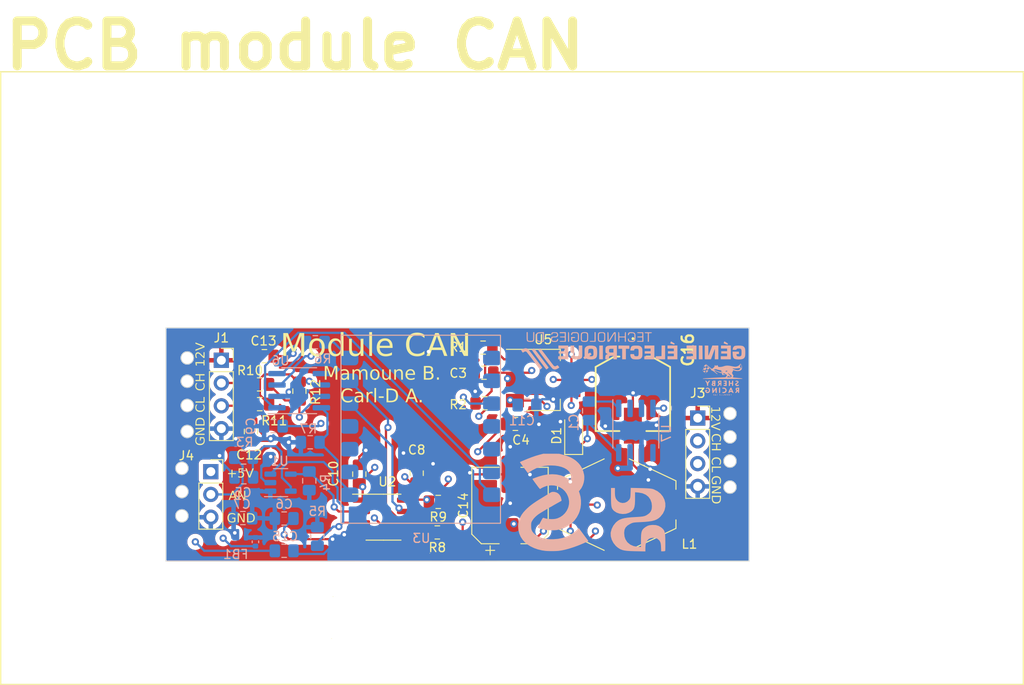
<source format=kicad_pcb>
(kicad_pcb (version 20221018) (generator pcbnew)
  (title_block (title "Formule SAE module CAN PCB") (date "2024-02-26") (rev "1.0") (company "Cégep Sherbrooke") (comment 1 "Carl-Dominic Aubin") (comment 2 "Mamoune Benmensour"))
  (layers (0 "F.Cu" signal "12V.Cu") (1 "In1.Cu" signal "GND.Cu") (2 "In2.Cu" signal "VCC.Cu") (31 "B.Cu" signal "AN.Cu") (34 "B.Paste" user) (35 "F.Paste" user) (36 "B.SilkS" user "B.Silkscreen") (37 "F.SilkS" user "F.Silkscreen") (38 "B.Mask" user) (39 "F.Mask" user) (44 "Edge.Cuts" user))
  (net 0 "")
  (net 1 "Net-(D1-K)")
  (net 2 "Net-(U7-CB)")
  (net 3 "+5V")
  (net 4 "GND")
  (net 5 "+3.3V")
  (net 6 "Net-(U1-AIN)")
  (net 7 "+5VA")
  (net 8 "Net-(J1-Pin_3)")
  (net 9 "+12V")
  (net 10 "Net-(U5-ADJ)")
  (net 11 "/SCLA")
  (net 12 "/SDAA")
  (net 13 "/RXD")
  (net 14 "Net-(U3-GPIO21_TX_D6)")
  (net 15 "/EN")
  (net 16 "/SCLB")
  (net 17 "/SDAB")
  (net 18 "Net-(U6-CANH)")
  (net 19 "Net-(U6-CANL)")
  (net 27 "/TXD")
  (net 32 "Net-(J4-Pin_2)")
  (net 33 "Net-(J1-Pin_2)")
  (footprint "Capacitor_SMD:C_0805_2012Metric_Pad1.18x1.45mm_HandSolder" (layer "F.Cu") (at 103.3 64.5 180)
    (fp_text reference "C13")
    (fp_text value "47pF" hide)
  )
  (footprint "lib kicad:imagesilk1" (layer "F.Cu") (at 118.3 93.9)
    (fp_text reference "G***" hide)
    (fp_text value "LOGO" hide)
  )
  (footprint "Inductor_SMD:L_Bourns-SRR1005" (layer "F.Cu") (at 142.575 81.05 180)
    (fp_text reference "L1")
    (fp_text value "NPI31W470MTRF 47uH" hide)
  )
  (footprint "Capacitor_SMD:CP_Elec_8x6.9" (layer "F.Cu") (at 130.675 81.15 90)
    (fp_text reference "C14")
    (fp_text value "\n\nEEE-FN1H680XP 68uF" hide)
  )
  (footprint "KiCad:EEETC1V470P" (layer "F.Cu") (at 144.375 68.7 180)
    (fp_text reference "C16")
    (fp_text value "EEEFH1H101L 100uF" hide)
  )
  (footprint "Capacitor_SMD:C_0805_2012Metric_Pad1.18x1.45mm_HandSolder" (layer "F.Cu") (at 122.575 84.15 180)
    (fp_text reference "R8")
    (fp_text value "4.7k" hide)
  )
  (footprint "Capacitor_SMD:C_0805_2012Metric_Pad1.18x1.45mm_HandSolder" (layer "F.Cu") (at 101.8 72.9 90)
    (fp_text reference "C12")
    (fp_text value "47pF" hide)
  )
  (footprint "Capacitor_SMD:C_0805_2012Metric_Pad1.18x1.45mm_HandSolder" (layer "F.Cu") (at 102.775 67.65 180)
    (fp_text reference "R10")
    (fp_text value "10Ω" hide)
  )
  (footprint "Diode_SMD:D_SOD-123F" (layer "F.Cu") (at 137.775 73.25 90)
    (fp_text reference "D1")
    (fp_text value "SS14FL" hide)
  )
  (footprint "Connector_PinSocket_2.54mm:PinSocket_1x04_P2.54mm_Vertical" (layer "F.Cu") (at 98.5 64.96)
    (fp_text reference "J1")
    (fp_text value "Conn_01x04_Socket" hide)
  )
  (footprint "Capacitor_SMD:C_0805_2012Metric_Pad1.18x1.45mm_HandSolder" (layer "F.Cu") (at 113.875 77.65 -90)
    (fp_text reference "C10")
    (fp_text value "0.1uF" hide)
  )
  (footprint "Connector_PinSocket_2.54mm:PinSocket_1x04_P2.54mm_Vertical" (layer "F.Cu") (at 151.6 71.4)
    (fp_text reference "J3")
    (fp_text value "Conn_01x04_Socket" hide)
  )
  (footprint "Capacitor_SMD:C_0805_2012Metric_Pad1.18x1.45mm_HandSolder" (layer "F.Cu") (at 127.675 63.55 180)
    (fp_text reference "R1")
    (fp_text value "91Ω" hide)
  )
  (footprint "Capacitor_SMD:C_0805_2012Metric_Pad1.18x1.45mm_HandSolder" (layer "F.Cu") (at 102.775 69.85 180)
    (fp_text reference "R11")
    (fp_text value "10Ω" hide)
  )
  (footprint "Capacitor_SMD:C_0805_2012Metric_Pad1.18x1.45mm_HandSolder" (layer "F.Cu") (at 107.2 68.4 -90)
    (fp_text reference "R12")
    (fp_text value "120Ω" hide)
  )
  (footprint "Capacitor_SMD:C_0805_2012Metric_Pad1.18x1.45mm_HandSolder" (layer "F.Cu") (at 120.275 77.55 -90)
    (fp_text reference "C8")
    (fp_text value "0.1uF" hide)
  )
  (footprint "Capacitor_SMD:C_0805_2012Metric_Pad1.18x1.45mm_HandSolder" (layer "F.Cu") (at 131.275 72.05)
    (fp_text reference "C4")
    (fp_text value "1uF" hide)
  )
  (footprint "Package_TO_SOT_SMD:SOT-223-3_TabPin2" (layer "F.Cu") (at 134.375 67.15)
    (fp_text reference "U5")
    (fp_text value "LM117_TO3" hide)
  )
  (footprint "Connector_PinSocket_2.54mm:PinSocket_1x03_P2.54mm_Vertical" (layer "F.Cu") (at 97.325 77.375)
    (fp_text reference "J4")
    (fp_text value "Conn_01x03_Socket" hide)
  )
  (footprint "Capacitor_SMD:C_0805_2012Metric_Pad1.18x1.45mm_HandSolder" (layer "F.Cu") (at 127.875 69.75 180)
    (fp_text reference "R2")
    (fp_text value "150Ω" hide)
  )
  (footprint "Capacitor_SMD:C_0805_2012Metric_Pad1.18x1.45mm_HandSolder" (layer "F.Cu") (at 122.675 80.75 180)
    (fp_text reference "R9")
    (fp_text value "4.7k" hide)
  )
  (footprint "Capacitor_SMD:C_0805_2012Metric_Pad1.18x1.45mm_HandSolder" (layer "F.Cu") (at 127.775 66.35 180)
    (fp_text reference "C3")
    (fp_text value "0.1uF" hide)
  )
  (footprint "Package_SO:SOIC-8_3.9x4.9mm_P1.27mm" (layer "F.Cu") (at 116.575 82.45)
    (fp_text reference "U2")
    (fp_text value "TCA9517" hide)
  )
  (footprint "Capacitor_SMD:C_0805_2012Metric_Pad1.18x1.45mm_HandSolder" (layer "B.Cu") (at 108.4 74.1 180)
    (fp_text reference "R7")
    (fp_text value "10k" hide)
  )
  (footprint "Capacitor_SMD:C_0402_1005Metric" (layer "B.Cu") (at 102.3 85.2 90)
    (fp_text reference "FB1")
    (fp_text value "BLM18KG121TZ1D" hide)
  )
  (footprint "Capacitor_SMD:C_0805_2012Metric_Pad1.18x1.45mm_HandSolder" (layer "B.Cu") (at 104.3 72.3 180)
    (fp_text reference "C9")
    (fp_text value "0.1uF" hide)
  )
  (footprint "Capacitor_SMD:C_0805_2012Metric_Pad1.18x1.45mm_HandSolder" (layer "B.Cu") (at 109.2 84.6 90)
    (fp_text reference "R5")
    (fp_text value "4.7k" hide)
  )
  (footprint "Package_SO:SOIC-8_3.9x4.9mm_P1.27mm" (layer "B.Cu") (at 107.175 68.35)
    (fp_text reference "U6")
    (fp_text value "TJA1051T" hide)
  )
  (footprint "LOGO" (layer "B.Cu") (at 145 82.7 180)
    (fp_text reference "G***" hide)
    (fp_text value "LOGO" hide)
  )
  (footprint "Capacitor_SMD:C_0805_2012Metric_Pad1.18x1.45mm_HandSolder" (layer "B.Cu") (at 100.975 75.8)
    (fp_text reference "R3")
    (fp_text value "330Ω" hide)
  )
  (footprint "Capacitor_SMD:C_0805_2012Metric_Pad1.18x1.45mm_HandSolder" (layer "B.Cu") (at 100.9 82.55 180)
    (fp_text reference "C7")
    (fp_text value "0.1uF" hide)
  )
  (footprint "Capacitor_SMD:C_0805_2012Metric_Pad1.18x1.45mm_HandSolder" (layer "B.Cu") (at 139.5 70.6 90)
    (fp_text reference "C1")
    (fp_text value "10nF" hide)
  )
  (footprint "LOGO" (layer "B.Cu") (at 154.4 67.1 180)
    (fp_text reference "G***" hide)
    (fp_text value "LOGO" hide)
  )
  (footprint "Capacitor_SMD:C_0805_2012Metric_Pad1.18x1.45mm_HandSolder" (layer "B.Cu") (at 132.575 69.95 180)
    (fp_text reference "C11")
    (fp_text value "0.1uF" hide)
  )
  (footprint "Capacitor_SMD:C_0805_2012Metric_Pad1.18x1.45mm_HandSolder" (layer "B.Cu") (at 101 78 180)
    (fp_text reference "C5")
    (fp_text value "10uF" hide)
  )
  (footprint "Library:xiao esp32-c3" (layer "B.Cu") (at 120.735 90.29)
    (fp_text reference "U3")
    (fp_text value "XIAO ESP32C3" hide)
  )
  (footprint "Package_SO:SOIC-8_3.9x4.9mm_P1.27mm" (layer "B.Cu") (at 144.7 72.8 -90)
    (fp_text reference "U7")
    (fp_text value "LM2674M-5.0" hide)
  )
  (footprint "LOGO" (layer "B.Cu") (at 135.5 80.8 180)
    (fp_text reference "G***" hide)
    (fp_text value "LOGO" hide)
  )
  (footprint "Capacitor_SMD:C_0805_2012Metric_Pad1.18x1.45mm_HandSolder" (layer "B.Cu") (at 105.5 82.6 180)
    (fp_text reference "C6")
    (fp_text value "10uF" hide)
  )
  (footprint "Capacitor_SMD:C_0805_2012Metric_Pad1.18x1.45mm_HandSolder" (layer "B.Cu") (at 105.5 86.2)
    (fp_text reference "C15")
    (fp_text value "10uF" hide)
  )
  (footprint "Package_TO_SOT_SMD:TSOT-23-5" (layer "B.Cu") (at 105.1 78.6)
    (fp_text reference "U1")
    (fp_text value "MCP3221" hide)
  )
  (footprint "Capacitor_SMD:C_0805_2012Metric_Pad1.18x1.45mm_HandSolder" (layer "B.Cu") (at 108.975 62.95)
    (fp_text reference "R6")
    (fp_text value "4.7k" hide)
  )
  (footprint "Capacitor_SMD:C_0805_2012Metric_Pad1.18x1.45mm_HandSolder" (layer "B.Cu") (at 108.3 78.4 -90)
    (fp_text reference "R4")
    (fp_text value "4.7k" hide)
  )
  (footprint "LOGO" (layer "B.Cu") (at 144.4 63.9 180)
    (fp_text reference "G***" hide)
    (fp_text value "LOGO" hide)
  )
  (gr_rect (start 73.9 32.8) (end 187.9 101.1) (stroke (width 0.15)) (fill none) (layer "F.SilkS"))
  (gr_circle (center 94.1 82.3) (end 94.8 82.3) (stroke (width 0.1)) (fill none) (layer "Edge.Cuts"))
  (gr_circle (center 155.2 76.2) (end 155.9 76.2) (stroke (width 0.1)) (fill none) (layer "Edge.Cuts"))
  (gr_circle (center 155.2 70.9) (end 155.9 70.9) (stroke (width 0.1)) (fill none) (layer "Edge.Cuts"))
  (gr_circle (center 94.7 64.7) (end 95.4 64.7) (stroke (width 0.1)) (fill none) (layer "Edge.Cuts"))
  (gr_circle (center 94.1 79.6) (end 94.8 79.6) (stroke (width 0.1)) (fill none) (layer "Edge.Cuts"))
  (gr_circle (center 94.1 77) (end 94.8 77) (stroke (width 0.1)) (fill none) (layer "Edge.Cuts"))
  (gr_circle (center 94.7 70) (end 95.4 70) (stroke (width 0.1)) (fill none) (layer "Edge.Cuts"))
  (gr_circle (center 155.2 79.1) (end 155.9 79.1) (stroke (width 0.1)) (fill none) (layer "Edge.Cuts"))
  (gr_circle (center 94.7 67.3) (end 95.4 67.3) (stroke (width 0.1)) (fill none) (layer "Edge.Cuts"))
  (gr_circle (center 94.7 72.9) (end 95.4 72.9) (stroke (width 0.1)) (fill none) (layer "Edge.Cuts"))
  (gr_circle (center 155.2 73.5) (end 155.9 73.5) (stroke (width 0.1)) (fill none) (layer "Edge.Cuts"))
  (gr_rect (start 92.325 61.35) (end 157.325 87.35) (stroke (width 0.1)) (fill none) (layer "Edge.Cuts"))
  (gr_text "GND\n" (at 99.1 83.2) (layer "F.SilkS") (effects (font (size 1 1)) (justify left bottom)))
  (gr_text "CL" (at 96.8 70.8 90) (layer "F.SilkS") (effects (font (size 1 1)) (justify left bottom)))
  (gr_text "12V\n" (at 152.93 70.07 270) (layer "F.SilkS") (effects (font (size 1 1)) (justify left bottom)))
  (gr_text "AN" (at 99.3 80.7) (layer "F.SilkS") (effects (font (size 1 1)) (justify left bottom)))
  (gr_text "CH\n" (at 96.8 68.4 90) (layer "F.SilkS") (effects (font (size 1 1)) (justify left bottom)))
  (gr_text "GND\n" (at 153 77.8 -90) (layer "F.SilkS") (effects (font (size 1 1)) (justify left bottom)))
  (gr_text "GND\n" (at 96.8 74.5 90) (layer "F.SilkS") (effects (font (size 1 1)) (justify left bottom)))
  (gr_text "Module CAN\n" (at 115.7 64.9) (layer "F.SilkS") (effects (font (size 2.5 2.5) (thickness 0.1905)) (justify bottom)))
  (gr_text "+5V\n" (at 99.1 78.2) (layer "F.SilkS") (effects (font (size 1 1)) (justify left bottom)))
  (gr_text "Mamoune B.\nCarl-D A.\n" (at 116.4 69.9) (layer "F.SilkS") (effects (font (size 1.5 1.5)) (justify bottom)))
  (gr_text "CL\n" (at 153 75.7 -90) (layer "F.SilkS") (effects (font (size 1 1)) (justify left bottom)))
  (gr_text "CH\n" (at 153 73.1 270) (layer "F.SilkS") (effects (font (size 1 1)) (justify left bottom)))
  (gr_text "PCB module CAN" (at 73.9 32.8) (layer "F.SilkS") (effects (font (size 5 5) (thickness 1) bold) (justify left bottom)))
  (gr_text "12V\n" (at 96.8 65.7 90) (layer "F.SilkS") (effects (font (size 1 1)) (justify left bottom)))
  (segment (start 137.775 74.65) (end 138.35 74.65) (width 0.25) (layer "F.Cu") (net 1))
  (segment (start 138.35 74.65) (end 139.3 73.7) (width 0.25) (layer "F.Cu") (net 1))
  (segment (start 144.175 81.05) (end 137.775 74.65) (width 0.25) (layer "F.Cu") (net 1))
  (segment (start 147.725 81.05) (end 144.175 81.05) (width 0.25) (layer "F.Cu") (net 1))
  (via (at 139.3 73.7) (size 0.8) (drill 0.4) (layers "F.Cu" "B.Cu") (net 1))
  (segment (start 139.5 71.98) (end 139.5 71.6375) (width 0.25) (layer "B.Cu") (net 1))
  (segment (start 139.3 73.7) (end 139.3 71.8375) (width 0.25) (layer "B.Cu") (net 1))
  (segment (start 139.3 71.8375) (end 139.5 71.6375) (width 0.25) (layer "B.Cu") (net 1))
  (segment (start 142.795 75.275) (end 139.5 71.98) (width 0.25) (layer "B.Cu") (net 1))
  (segment (start 142.0325 69.5625) (end 142.795 70.325) (width 0.25) (layer "B.Cu") (net 2))
  (segment (start 139.5 69.5625) (end 142.0325 69.5625) (width 0.25) (layer "B.Cu") (net 2))
  (segment (start 139.75 67.15) (end 139.8 67.1) (width 0.25) (layer "F.Cu") (net 3))
  (segment (start 128.8125 66.35) (end 132.85 66.35) (width 0.25) (layer "F.Cu") (net 3))
  (segment (start 131.225 67.15) (end 131.075 67) (width 0.25) (layer "F.Cu") (net 3))
  (segment (start 137.425 81.05) (end 137.425 78.525) (width 0.25) (layer "F.Cu") (net 3))
  (segment (start 130.675 84.625) (end 133.775 84.625) (width 0.25) (layer "F.Cu") (net 3))
  (segment (start 137.425 78.525) (end 137.4 78.5) (width 0.25) (layer "F.Cu") (net 3))
  (segment (start 131.85 85.8) (end 138.6 85.8) (width 0.25) (layer "F.Cu") (net 3))
  (segment (start 113.875 78.6875) (end 115.6 76.9625) (width 0.25) (layer "F.Cu") (net 3))
  (segment (start 137.525 67.15) (end 135.55 67.15) (width 0.25) (layer "F.Cu") (net 3))
  (segment (start 130.675 84.625) (end 131.85 85.8) (width 0.25) (layer "F.Cu") (net 3))
  (segment (start 137.525 67.15) (end 137.525 64.325) (width 0.25) (layer "F.Cu") (net 3))
  (segment (start 133.775 84.625) (end 134.4 84) (width 0.25) (layer "F.Cu") (net 3))
  (segment (start 137.525 69.975) (end 137.5 70) (width 0.25) (layer "F.Cu") (net 3))
  (segment (start 135.55 67.15) (end 135.5 67.1) (width 0.25) (layer "F.Cu") (net 3))
  (segment (start 115.6 76.9625) (end 115.6 76.9) (width 0.25) (layer "F.Cu") (net 3))
  (segment (start 140.2 84.2) (end 140.2 84) (width 0.25) (layer "F.Cu") (net 3))
  (segment (start 114.253009 79.062995) (end 114.253009 80.391991) (width 0.25) (layer "F.Cu") (net 3))
  (segment (start 131.1 84.2) (end 131.1 83.2) (width 0.25) (layer "F.Cu") (net 3))
  (segment (start 137.525 67.15) (end 137.525 69.975) (width 0.25) (layer "F.Cu") (net 3))
  (segment (start 130.675 84.625) (end 131.1 84.2) (width 0.25) (layer "F.Cu") (net 3))
  (segment (start 137.525 64.325) (end 137.5 64.3) (width 0.25) (layer "F.Cu") (net 3))
  (segment (start 117.378094 84.355) (end 119.05 84.355) (width 0.25) (layer "F.Cu") (net 3))
  (segment (start 137.425 81.05) (end 140.35 81.05) (width 0.25) (layer "F.Cu") (net 3))
  (segment (start 140.35 81.05) (end 140.4 81.1) (width 0.25) (layer "F.Cu") (net 3))
  (segment (start 138.6 85.8) (end 140.2 84.2) (width 0.25) (layer "F.Cu") (net 3))
  (segment (start 114.253009 80.391991) (end 114.1 80.545) (width 0.25) (layer "F.Cu") (net 3))
  (segment (start 137.525 67.15) (end 139.75 67.15) (width 0.25) (layer "F.Cu") (net 3))
  (segment (start 132.85 66.35) (end 133.1 66.1) (width 0.25) (layer "F.Cu") (net 3))
  (segment (start 115.560099 82.537005) (end 117.378094 84.355) (width 0.25) (layer "F.Cu") (net 3))
  (segment (start 137.425 83.975) (end 137.4 84) (width 0.25) (layer "F.Cu") (net 3))
  (segment (start 131.075 67) (end 130.4 67) (width 0.25) (layer "F.Cu") (net 3))
  (segment (start 137.425 81.05) (end 137.425 83.975) (width 0.25) (layer "F.Cu") (net 3))
  (via (at 115.560099 82.537005) (size 0.8) (drill 0.4) (layers "F.Cu" "B.Cu") (net 3))
  (via (at 147.8 70.3) (size 0.8) (drill 0.4) (layers "F.Cu" "B.Cu") (net 3))
  (via (at 130.4 67) (size 0.8) (drill 0.4) (layers "F.Cu" "B.Cu") (net 3))
  (via (at 140.4 81.1) (size 0.8) (drill 0.4) (layers "F.Cu" "B.Cu") (net 3))
  (via (at 139.8 67.1) (size 0.8) (drill 0.4) (layers "F.Cu" "B.Cu") (net 3))
  (via (at 134.4 84) (size 0.8) (drill 0.4) (layers "F.Cu" "B.Cu") (net 3))
  (via (at 137.5 70) (size 0.8) (drill 0.4) (layers "F.Cu" "B.Cu") (net 3))
  (via (at 114.253009 79.062995) (size 0.8) (drill 0.4) (layers "F.Cu" "B.Cu") (net 3))
  (via (at 137.4 78.5) (size 0.8) (drill 0.4) (layers "F.Cu" "B.Cu") (net 3))
  (via (at 140.2 84) (size 0.8) (drill 0.4) (layers "F.Cu" "B.Cu") (net 3))
  (via (at 98.7 84.8) (size 0.8) (drill 0.4) (layers "F.Cu" "B.Cu") (net 3))
  (via (at 135.5 67.1) (size 0.8) (drill 0.4) (layers "F.Cu" "B.Cu") (net 3))
  (via (at 95.6 85.2) (size 0.8) (drill 0.4) (layers "F.Cu" "B.Cu") (net 3))
  (via (at 137.4 84) (size 0.8) (drill 0.4) (layers "F.Cu" "B.Cu") (net 3))
  (via (at 109.6 72) (size 0.8) (drill 0.4) (layers "F.Cu" "B.Cu") (net 3))
  (via (at 137.5 64.3) (size 0.8) (drill 0.4) (layers "F.Cu" "B.Cu") (net 3))
  (via (at 131.1 83.2) (size 0.8) (drill 0.4) (layers "F.Cu" "B.Cu") (net 3))
  (via (at 115.6 76.9) (size 0.8) (drill 0.4) (layers "F.Cu" "B.Cu") (net 3))
  (via (at 133.1 66.1) (size 0.8) (drill 0.4) (layers "F.Cu" "B.Cu") (net 3))
  (via (at 108.5 64.5) (size 0.8) (drill 0.4) (layers "F.Cu" "B.Cu") (net 3))
  (segment (start 147.775 70.325) (end 147.8 70.3) (width 0.25) (layer "B.Cu") (net 3))
  (segment (start 104.7 67.715) (end 105.076751 67.715) (width 0.25) (layer "B.Cu") (net 3))
  (segment (start 107.861701 64.5) (end 108.5 64.5) (width 0.25) (layer "B.Cu") (net 3))
  (segment (start 106.586701 65.775) (end 107.861701 64.5) (width 0.25) (layer "B.Cu") (net 3))
  (segment (start 105.076751 67.715) (end 106.586701 66.20505) (width 0.25) (layer "B.Cu") (net 3))
  (segment (start 104.4625 86.2) (end 96.6 86.2) (width 0.25) (layer "B.Cu") (net 3))
  (segment (start 109.3 72.3) (end 109.6 72) (width 0.25) (layer "B.Cu") (net 3))
  (segment (start 146.605 70.325) (end 147.775 70.325) (width 0.25) (layer "B.Cu") (net 3))
  (segment (start 99.58 85.68) (end 98.7 84.8) (width 0.25) (layer "B.Cu") (net 3))
  (segment (start 102.3 85.68) (end 99.58 85.68) (width 0.25) (layer "B.Cu") (net 3))
  (segment (start 105.3375 72.3) (end 109.3 72.3) (width 0.25) (layer "B.Cu") (net 3))
  (segment (start 106.586701 66.20505) (end 106.586701 65.775) (width 0.25) (layer "B.Cu") (net 3))
  (segment (start 96.6 86.2) (end 95.6 85.2) (width 0.25) (layer "B.Cu") (net 3))
  (segment (start 97.175 77.525) (end 97.2 77.5) (width 0.25) (layer "B.Cu") (net 3))
  (segment (start 103.7625 73.9375) (end 104 73.7) (width 0.25) (layer "F.Cu") (net 4))
  (segment (start 126.7375 68.363) (end 126.7375 66.35) (width 0.25) (layer "F.Cu") (net 4))
  (segment (start 112.245 84.355) (end 112.2 84.4) (width 0.25) (layer "F.Cu") (net 4))
  (segment (start 113.875 76.6125) (end 113.875 75.725) (width 0.25) (layer "F.Cu") (net 4))
  (segment (start 130.675 77.675) (end 132.875 77.675) (width 0.25) (layer "F.Cu") (net 4))
  (segment (start 144.375 72.25) (end 146.95 72.25) (width 0.25) (layer "F.Cu") (net 4))
  (segment (start 106.2 64.5) (end 106.5 64.2) (width 0.25) (layer "F.Cu") (net 4))
  (segment (start 130.675 77.675) (end 130.675 74.625) (width 0.25) (layer "F.Cu") (net 4))
  (segment (start 136.35 71.85) (end 136.3 71.8) (width 0.25) (layer "F.Cu") (net 4))
  (segment (start 126.6375 63.55) (end 122.05 63.55) (width 0.25) (layer "F.Cu") (net 4))
  (segment (start 106 84.9) (end 105.5 84.4) (width 0.25) (layer "F.Cu") (net 4))
  (segment (start 141.35 72.25) (end 141.3 72.3) (width 0.25) (layer "F.Cu") (net 4))
  (segment (start 144.375 72.25) (end 144.375 76.575) (width 0.25) (layer "F.Cu") (net 4))
  (segment (start 137.775 71.85) (end 136.35 71.85) (width 0.25) (layer "F.Cu") (net 4))
  (segment (start 146.95 72.25) (end 147 72.2) (width 0.25) (layer "F.Cu") (net 4))
  (segment (start 130.675 74.625) (end 130.7 74.6) (width 0.25) (layer "F.Cu") (net 4))
  (segment (start 126.375 77.675) (end 126.2 77.5) (width 0.25) (layer "F.Cu") (net 4))
  (segment (start 110.9 84.9) (end 106 84.9) (width 0.25) (layer "F.Cu") (net 4))
  (segment (start 133.85 72.05) (end 133.9 72.1) (width 0.25) (layer "F.Cu") (net 4))
  (segment (start 126.8 68.4255) (end 126.7375 68.363) (width 0.25) (layer "F.Cu") (net 4))
  (segment (start 113.875 75.725) (end 114.6 75) (width 0.25) (layer "F.Cu") (net 4))
  (segment (start 130.675 77.675) (end 126.375 77.675) (width 0.25) (layer "F.Cu") (net 4))
  (segment (start 119.0625 75.3) (end 118.8 75.3) (width 0.25) (layer "F.Cu") (net 4))
  (segment (start 122.05 63.55) (end 121.6 64) (width 0.25) (layer "F.Cu") (net 4))
  (segment (start 122.0875 76.5125) (end 122.1 76.5) (width 0.25) (layer "F.Cu") (net 4))
  (segment (start 132.875 77.675) (end 132.9 77.7) (width 0.25) (layer "F.Cu") (net 4))
  (segment (start 114.1 84.355) (end 112.245 84.355) (width 0.25) (layer "F.Cu") (net 4))
  (segment (start 130.7 77.7) (end 130.7 80.9) (width 0.25) (layer "F.Cu") (net 4))
  (segment (start 144.375 72.25) (end 141.35 72.25) (width 0.25) (layer "F.Cu") (net 4))
  (segment (start 120.275 76.5125) (end 122.0875 76.5125) (width 0.25) (layer "F.Cu") (net 4))
  (segment (start 130.675 77.675) (end 130.7 77.7) (width 0.25) (layer "F.Cu") (net 4))
  (segment (start 144.375 72.25) (end 144.375 68.625) (width 0.25) (layer "F.Cu") (net 4))
  (segment (start 120.275 76.5125) (end 119.0625 75.3) (width 0.25) (layer "F.Cu") (net 4))
  (segment (start 144.375 76.575) (end 146.1 78.3) (width 0.25) (layer "F.Cu") (net 4))
  (segment (start 101.8 73.9375) (end 103.7625 73.9375) (width 0.25) (layer "F.Cu") (net 4))
  (segment (start 104.3375 64.5) (end 106.2 64.5) (width 0.25) (layer "F.Cu") (net 4))
  (segment (start 132.3125 72.05) (end 133.85 72.05) (width 0.25) (layer "F.Cu") (net 4))
  (segment (start 144.375 68.625) (end 144.4 68.6) (width 0.25) (layer "F.Cu") (net 4))
  (via (at 147 72.2) (size 0.8) (drill 0.4) (layers "F.Cu" "B.Cu") (net 4))
  (via (at 104 73.7) (size 0.8) (drill 0.4) (layers "F.Cu" "B.Cu") (net 4))
  (via (at 130.7 74.6) (size 0.8) (drill 0.4) (layers "F.Cu" "B.Cu") (net 4))
  (via (at 122.1 76.5) (size 0.8) (drill 0.4) (layers "F.Cu" "B.Cu") (net 4))
  (via (at 130.7 80.9) (size 0.8) (drill 0.4) (layers "F.Cu" "B.Cu") (net 4))
  (via (at 135.5 69.3) (size 0.8) (drill 0.4) (layers "F.Cu" "B.Cu") (net 4))
  (via (at 121.6 64) (size 0.8) (drill 0.4) (layers "F.Cu" "B.Cu") (net 4))
  (via (at 146.1 78.3) (size 0.8) (drill 0.4) (layers "F.Cu" "B.Cu") (net 4))
  (via (at 132.9 77.7) (size 0.8) (drill 0.4) (layers "F.Cu" "B.Cu") (net 4))
  (via (at 114.6 75) (size 0.8) (drill 0.4) (layers "F.Cu" "B.Cu") (net 4))
  (via (at 105.5 84.4) (size 0.8) (drill 0.4) (layers "F.Cu" "B.Cu") (net 4))
  (via (at 133.9 72.1) (size 0.8) (drill 0.4) (layers "F.Cu" "B.Cu") (net 4))
  (via (at 110.9 84.9) (size 0.8) (drill 0.4) (layers "F.Cu" "B.Cu") (net 4))
  (via (at 136.3 71.8) (size 0.8) (drill 0.4) (layers "F.Cu" "B.Cu") (net 4))
  (via (at 118.8 75.3) (size 0.8) (drill 0.4) (layers "F.Cu" "B.Cu") (net 4))
  (via (at 100 84.2) (size 0.8) (drill 0.4) (layers "F.Cu" "B.Cu") (net 4))
  (via (at 104 75.7) (size 0.8) (drill 0.4) (layers "F.Cu" "B.Cu") (net 4))
  (via (at 144.4 68.6) (size 0.8) (drill 0.4) (layers "F.Cu" "B.Cu") (net 4))
  (via (at 98.3 75.6) (size 0.8) (drill 0.4) (layers "F.Cu" "B.Cu") (net 4))
  (via (at 126.8 68.4255) (size 0.8) (drill 0.4) (layers "F.Cu" "B.Cu") (net 4))
  (via (at 100.1 73.7) (size 0.8) (drill 0.4) (layers "F.Cu" "B.Cu") (net 4))
  (via (at 126.2 77.5) (size 0.8) (drill 0.4) (layers "F.Cu" "B.Cu") (net 4))
  (via (at 106.04839 68.502508) (size 0.8) (drill 0.4) (layers "F.Cu" "B.Cu") (net 4))
  (via (at 106 74.1) (size 0.8) (drill 0.4) (layers "F.Cu" "B.Cu") (net 4))
  (via (at 112.2 84.4) (size 0.8) (drill 0.4) (layers "F.Cu" "B.Cu") (net 4))
  (via (at 146.3 77.1) (size 0.8) (drill 0.4) (layers "F.Cu" "B.Cu") (net 4))
  (via (at 141.3 72.3) (size 0.8) (drill 0.4) (layers "F.Cu" "B.Cu") (net 4))
  (via (at 106.5 64.2) (size 0.8) (drill 0.4) (layers "F.Cu" "B.Cu") (net 4))
  (segment (start 110.9 85.563173) (end 110.9 84.9) (width 0.25) (layer "B.Cu") (net 4))
  (segment (start 103.9625 78.6) (end 103.5 78.6) (width 0.25) (layer "B.Cu") (net 4))
  (segment (start 98.3 76.1) (end 98.3 75.6) (width 0.25) (layer "B.Cu") (net 4))
  (segment (start 103.2625 72.3) (end 101.5 72.3) (width 0.25) (layer "B.Cu") (net 4))
  (segment (start 109.913173 86.55) (end 110.9 85.563173) (width 0.25) (layer "B.Cu") (net 4))
  (segment (start 106.5375 82.6) (end 106.9 82.6) (width 0.25) (layer "B.Cu") (net 4))
  (segment (start 103.9625 78.6) (end 103.578249 78.6) (width 0.25) (layer "B.Cu") (net 4))
  (segment (start 99.9625 78) (end 99.9625 77.7625) (width 0.25) (layer "B.Cu") (net 4))
  (segment (start 107.3625 74.1) (end 106 74.1) (width 0.25) (layer "B.Cu") (net 4))
  (segment (start 145.335 76.135) (end 146.3 77.1) (width 0.25) (layer "B.Cu") (net 4))
  (segment (start 134.2625 69.3) (end 135.5 69.3) (width 0.25) (layer "B.Cu") (net 4))
  (segment (start 99.9625 77.7625) (end 98.3 76.1) (width 0.25) (layer "B.Cu") (net 4))
  (segment (start 145.335 75.275) (end 145.335 76.135) (width 0.25) (layer "B.Cu") (net 4))
  (segment (start 106.8875 86.55) (end 109.913173 86.55) (width 0.25) (layer "B.Cu") (net 4))
  (segment (start 101.5 72.3) (end 100.1 73.7) (width 0.25) (layer "B.Cu") (net 4))
  (segment (start 102.95 76.75) (end 104 75.7) (width 0.25) (layer "B.Cu") (net 4))
  (segment (start 106.5375 82.6) (end 105.5 83.6375) (width 0.25) (layer "B.Cu") (net 4))
  (segment (start 105.5 83.6375) (end 105.5 84.4) (width 0.25) (layer "B.Cu") (net 4))
  (segment (start 99.975 84.175) (end 100 84.2) (width 0.25) (layer "B.Cu") (net 4))
  (segment (start 133.6125 69.95) (end 134.2625 69.3) (width 0.25) (layer "B.Cu") (net 4))
  (segment (start 99.975 82.55) (end 99.975 84.175) (width 0.25) (layer "B.Cu") (net 4))
  (segment (start 103.5 78.6) (end 102.95 78.05) (width 0.25) (layer "B.Cu") (net 4))
  (segment (start 104.7 68.985) (end 105.565898 68.985) (width 0.25) (layer "B.Cu") (net 4))
  (segment (start 105.565898 68.985) (end 106.04839 68.502508) (width 0.25) (layer "B.Cu") (net 4))
  (segment (start 106.5375 86.2) (end 106.8875 86.55) (width 0.25) (layer "B.Cu") (net 4))
  (segment (start 102.95 78.05) (end 102.95 76.75) (width 0.25) (layer "B.Cu") (net 4))
  (segment (start 130.2375 72.05) (end 130.176028 72.05) (width 0.25) (layer "F.Cu") (net 5))
  (segment (start 130.176028 72.05) (end 127.0755 75.150528) (width 0.25) (layer "F.Cu") (net 5))
  (segment (start 119.05 80.545) (end 119.095 80.5) (width 0.25) (layer "F.Cu") (net 5))
  (segment (start 134.7995 70.1) (end 134.1495 69.45) (width 0.25) (layer "F.Cu") (net 5))
  (segment (start 121.6375 80.75) (end 123.8 78.5875) (width 0.25) (layer "F.Cu") (net 5))
  (segment (start 121.5375 84.15) (end 122.5875 85.2) (width 0.25) (layer "F.Cu") (net 5))
  (segment (start 121.5375 84.15) (end 121.5375 84.2375) (width 0.25) (layer "F.Cu") (net 5))
  (segment (start 128.65 69.75) (end 127.2 71.2) (width 0.25) (layer "F.Cu") (net 5))
  (segment (start 119.095 80.5) (end 121.4 80.5) (width 0.25) (layer "F.Cu") (net 5))
  (segment (start 120.275 78.5875) (end 119.5875 78.5875) (width 0.25) (layer "F.Cu") (net 5))
  (segment (start 134.1495 69.45) (end 131.225 69.45) (width 0.25) (layer "F.Cu") (net 5))
  (segment (start 125.4 84) (end 125.4 83) (width 0.25) (layer "F.Cu") (net 5))
  (segment (start 128.9125 69.75) (end 128.65 69.75) (width 0.25) (layer "F.Cu") (net 5))
  (segment (start 122.5875 85.2) (end 124.2 85.2) (width 0.25) (layer "F.Cu") (net 5))
  (segment (start 123.8 78.5875) (end 123.8 78.2) (width 0.25) (layer "F.Cu") (net 5))
  (segment (start 124.2 85.2) (end 125.4 84) (width 0.25) (layer "F.Cu") (net 5))
  (segment (start 119.5875 78.5875) (end 118.95 77.95) (width 0.25) (layer "F.Cu") (net 5))
  (via (at 125.4 83) (size 0.8) (drill 0.4) (layers "F.Cu" "B.Cu") (net 5))
  (via (at 118.95 77.95) (size 0.8) (drill 0.4) (layers "F.Cu" "B.Cu") (net 5))
  (via (at 123.8 78.2) (size 0.8) (drill 0.4) (layers "F.Cu" "B.Cu") (net 5))
  (via (at 134.7995 70.1) (size 0.8) (drill 0.4) (layers "F.Cu" "B.Cu") (net 5))
  (via (at 127.0755 75.150528) (size 0.8) (drill 0.4) (layers "F.Cu" "B.Cu") (net 5))
  (via (at 121.4 80.5) (size 0.8) (drill 0.4) (layers "F.Cu" "B.Cu") (net 5))
  (via (at 130.7 69.4) (size 0.8) (drill 0.4) (layers "F.Cu" "B.Cu") (net 5))
  (via (at 127.2 71.2) (size 0.8) (drill 0.4) (layers "F.Cu" "B.Cu") (net 5))
  (via (at 125.485133 69.074444) (size 0.8) (drill 0.4) (layers "F.Cu" "B.Cu") (net 5))
  (segment (start 131.5375 69.95) (end 130.9875 69.4) (width 0.25) (layer "B.Cu") (net 5))
  (segment (start 130.9875 69.4) (end 130.7 69.4) (width 0.25) (layer "B.Cu") (net 5))
  (segment (start 128.675 69.79) (end 126.200689 69.79) (width 0.25) (layer "B.Cu") (net 5))
  (segment (start 126.200689 69.79) (end 125.485133 69.074444) (width 0.25) (layer "B.Cu") (net 5))
  (segment (start 102.0125 75.8) (end 102.0125 77.975) (width 0.25) (layer "B.Cu") (net 6))
  (segment (start 103.2625 74.55) (end 102.0125 75.8) (width 0.25) (layer "B.Cu") (net 6))
  (segment (start 102.0125 77.975) (end 102.0375 78) (width 0.25) (layer "B.Cu") (net 6))
  (segment (start 103.9625 77.65) (end 105.2 76.4125) (width 0.25) (layer "B.Cu") (net 6))
  (segment (start 105.2 76.4125) (end 105.2 75.163604) (width 0.25) (layer "B.Cu") (net 6))
  (segment (start 105.2 75.163604) (end 104.586396 74.55) (width 0.25) (layer "B.Cu") (net 6))
  (segment (start 104.586396 74.55) (end 103.2625 74.55) (width 0.25) (layer "B.Cu") (net 6))
  (segment (start 101.7375 69.85) (end 101.5575 70.03) (width 0.25) (layer "F.Cu") (net 8))
  (segment (start 101.8 69.9125) (end 101.7375 69.85) (width 0.25) (layer "F.Cu") (net 8))
  (segment (start 101.5575 70.03) (end 98.8 70.03) (width 0.25) (layer "F.Cu") (net 8))
  (segment (start 101.8 71.8625) (end 101.8 69.9125) (width 0.25) (layer "F.Cu") (net 8))
  (via (at 142.7 77) (size 0.8) (drill 0.4) (layers "F.Cu" "B.Cu") (net 9))
  (segment (start 144.065 75.651751) (end 144.065 77) (width 0.6) (layer "B.Cu") (net 9))
  (segment (start 144.065 77) (end 142.716751 77) (width 0.6) (layer "B.Cu") (net 9))
  (segment (start 142.716751 77) (end 142.7 77) (width 0.25) (layer "B.Cu") (net 9))
  (segment (start 144.065 75.275) (end 144.065 75.651751) (width 0.25) (layer "B.Cu") (net 9))
  (segment (start 131.225 64.85) (end 130.0125 64.85) (width 0.25) (layer "F.Cu") (net 10))
  (segment (start 128.625 67.799695) (end 128.625 68.400305) (width 0.25) (layer "F.Cu") (net 10))
  (segment (start 127.275305 69.75) (end 126.8375 69.75) (width 0.25) (layer "F.Cu") (net 10))
  (segment (start 127.900305 64.362195) (end 127.900305 67.075) (width 0.25) (layer "F.Cu") (net 10))
  (segment (start 130.0125 64.85) (end 128.7125 63.55) (width 0.25) (layer "F.Cu") (net 10))
  (segment (start 128.625 68.400305) (end 127.275305 69.75) (width 0.25) (layer "F.Cu") (net 10))
  (segment (start 128.7125 63.55) (end 127.900305 64.362195) (width 0.25) (layer "F.Cu") (net 10))
  (segment (start 127.900305 67.075) (end 128.625 67.799695) (width 0.25) (layer "F.Cu") (net 10))
  (segment (start 111.077051 81.312561) (end 111.57949 81.815) (width 0.25) (layer "F.Cu") (net 11))
  (segment (start 111.57949 81.815) (end 114.1 81.815) (width 0.25) (layer "F.Cu") (net 11))
  (via (at 111.077051 81.312561) (size 0.8) (drill 0.4) (layers "F.Cu" "B.Cu") (net 11))
  (segment (start 106.2375 77.65) (end 108.0125 77.65) (width 0.25) (layer "B.Cu") (net 11))
  (segment (start 111.077051 81.312561) (end 111 81.23551) (width 0.25) (layer "B.Cu") (net 11))
  (segment (start 108.0125 77.65) (end 108.3 77.3625) (width 0.25) (layer "B.Cu") (net 11))
  (segment (start 111 80.0625) (end 108.3 77.3625) (width 0.25) (layer "B.Cu") (net 11))
  (segment (start 111 81.23551) (end 111 80.0625) (width 0.25) (layer "B.Cu") (net 11))
  (segment (start 114.1 83.085) (end 112.015 83.085) (width 0.25) (layer "F.Cu") (net 12))
  (segment (start 112.015 83.085) (end 111.6 83.5) (width 0.25) (layer "F.Cu") (net 12))
  (via (at 111.6 83.5) (size 0.8) (drill 0.4) (layers "F.Cu" "B.Cu") (net 12))
  (segment (start 110.9 78.6) (end 110.9 77.3) (width 0.25) (layer "B.Cu") (net 12))
  (segment (start 112.075 83.025) (end 112.075 81.285911) (width 0.25) (layer "B.Cu") (net 12))
  (segment (start 110.9 77.3) (end 109.9 76.3) (width 0.25) (layer "B.Cu") (net 12))
  (segment (start 112.075 81.285911) (end 111.45 80.660911) (width 0.25) (layer "B.Cu") (net 12))
  (segment (start 110.974695 83.5) (end 111.6 83.5) (width 0.25) (layer "B.Cu") (net 12))
  (segment (start 106.2375 79.0375) (end 106.2375 79.55) (width 0.25) (layer "B.Cu") (net 12))
  (segment (start 109.2 85.274695) (end 110.974695 83.5) (width 0.25) (layer "B.Cu") (net 12))
  (segment (start 105.948896 76.3) (end 105.25 76.998896) (width 0.25) (layer "B.Cu") (net 12))
  (segment (start 111.6 83.5) (end 112.075 83.025) (width 0.25) (layer "B.Cu") (net 12))
  (segment (start 111.45 80.660911) (end 111.45 79.15) (width 0.25) (layer "B.Cu") (net 12))
  (segment (start 111.45 79.15) (end 110.9 78.6) (width 0.25) (layer "B.Cu") (net 12))
  (segment (start 109.9 76.3) (end 105.948896 76.3) (width 0.25) (layer "B.Cu") (net 12))
  (segment (start 105.25 76.998896) (end 105.25 78.05) (width 0.25) (layer "B.Cu") (net 12))
  (segment (start 109.2 85.6375) (end 109.2 85.274695) (width 0.25) (layer "B.Cu") (net 12))
  (segment (start 105.25 78.05) (end 106.2375 79.0375) (width 0.25) (layer "B.Cu") (net 12))
  (segment (start 107.225 64.400305) (end 107.9375 63.687805) (width 0.25) (layer "B.Cu") (net 13))
  (segment (start 107.225 64.500305) (end 107.225 64.400305) (width 0.25) (layer "B.Cu") (net 13))
  (segment (start 105.280305 66.445) (end 107.225 64.500305) (width 0.25) (layer "B.Cu") (net 13))
  (segment (start 107.9375 63.687805) (end 107.9375 62.95) (width 0.25) (layer "B.Cu") (net 13))
  (segment (start 104.7 66.445) (end 105.280305 66.445) (width 0.25) (layer "B.Cu") (net 13))
  (segment (start 110.0125 62.95) (end 111.015 62.95) (width 0.25) (layer "B.Cu") (net 14))
  (segment (start 111.015 62.95) (end 112.775 64.71) (width 0.25) (layer "B.Cu") (net 14))
  (segment (start 112.775 79.95) (end 112.775 79.538604) (width 0.25) (layer "B.Cu") (net 15))
  (segment (start 110.325 73.2125) (end 110.325 70.93) (width 0.25) (layer "B.Cu") (net 15))
  (segment (start 110.325 70.93) (end 109.65 70.255) (width 0.25) (layer "B.Cu") (net 15))
  (segment (start 111.45 78.213604) (end 111.45 76.1125) (width 0.25) (layer "B.Cu") (net 15))
  (segment (start 112.775 79.538604) (end 111.45 78.213604) (width 0.25) (layer "B.Cu") (net 15))
  (segment (start 111.45 76.1125) (end 109.4375 74.1) (width 0.25) (layer "B.Cu") (net 15))
  (segment (start 109.4375 74.1) (end 110.325 73.2125) (width 0.25) (layer "B.Cu") (net 15))
  (segment (start 118.673249 83.085) (end 119.05 83.085) (width 0.25) (layer "F.Cu") (net 16))
  (segment (start 116.85 81.261751) (end 118.673249 83.085) (width 0.25) (layer "F.Cu") (net 16))
  (segment (start 122.5475 83.085) (end 123.6125 84.15) (width 0.25) (layer "F.Cu") (net 16))
  (segment (start 119.05 83.085) (end 122.5475 83.085) (width 0.25) (layer "F.Cu") (net 16))
  (segment (start 117.075 72.45) (end 116.85 72.675) (width 0.25) (layer "F.Cu") (net 16))
  (segment (start 116.85 72.675) (end 116.85 81.261751) (width 0.25) (layer "F.Cu") (net 16))
  (via (at 117.075 72.45) (size 0.8) (drill 0.4) (layers "F.Cu" "B.Cu") (net 16))
  (segment (start 117.075 71.55) (end 117.075 72.45) (width 0.25) (layer "B.Cu") (net 16))
  (segment (start 112.775 67.25) (end 117.075 71.55) (width 0.25) (layer "B.Cu") (net 16))
  (segment (start 122.6475 81.815) (end 119.05 81.815) (width 0.25) (layer "F.Cu") (net 17))
  (segment (start 118.302749 81.4445) (end 118.673249 81.815) (width 0.25) (layer "F.Cu") (net 17))
  (segment (start 118.673249 81.815) (end 119.05 81.815) (width 0.25) (layer "F.Cu") (net 17))
  (segment (start 118.3 81.4445) (end 118.302749 81.4445) (width 0.25) (layer "F.Cu") (net 17))
  (segment (start 123.7125 80.75) (end 122.6475 81.815) (width 0.25) (layer "F.Cu") (net 17))
  (via (at 118.3 81.4445) (size 0.8) (drill 0.4) (layers "F.Cu" "B.Cu") (net 17))
  (segment (start 112.775 69.79) (end 113.315 69.25) (width 0.25) (layer "B.Cu") (net 17))
  (segment (start 118.3 81.4445) (end 117.575 80.7195) (width 0.25) (layer "B.Cu") (net 17))
  (segment (start 117.575 80.7195) (end 117.575 74.59) (width 0.25) (layer "B.Cu") (net 17))
  (segment (start 117.575 74.59) (end 112.775 69.79) (width 0.25) (layer "B.Cu") (net 17))
  (segment (start 105.6 69.4375) (end 103.8125 67.65) (width 0.25) (layer "F.Cu") (net 18))
  (segment (start 107.2 69.4375) (end 105.6 69.4375) (width 0.25) (layer "F.Cu") (net 18))
  (segment (start 107.2 69.4375) (end 107.2 71.3) (width 0.25) (layer "F.Cu") (net 18))
  (via (at 107.2 71.3) (size 0.8) (drill 0.4) (layers "F.Cu" "B.Cu") (net 18))
  (segment (start 109.273249 68.985) (end 107.2 71.058249) (width 0.25) (layer "B.Cu") (net 18))
  (segment (start 109.65 68.985) (end 109.273249 68.985) (width 0.25) (layer "B.Cu") (net 18))
  (segment (start 107.2 71.058249) (end 107.2 71.3) (width 0.25) (layer "B.Cu") (net 18))
  (segment (start 102.8 68.8375) (end 103.8125 69.85) (width 0.25) (layer "F.Cu") (net 19))
  (segment (start 103.304482 66.532345) (end 102.8 67.036827) (width 0.25) (layer "F.Cu") (net 19))
  (segment (start 106.17609 66.532345) (end 103.304482 66.532345) (width 0.25) (layer "F.Cu") (net 19))
  (segment (start 107.2 67.3625) (end 107.006245 67.3625) (width 0.25) (layer "F.Cu") (net 19))
  (segment (start 102.8 67.036827) (end 102.8 68.8375) (width 0.25) (layer "F.Cu") (net 19))
  (segment (start 107.2 67.3625) (end 107.2625 67.3) (width 0.25) (layer "F.Cu") (net 19))
  (segment (start 107.006245 67.3625) (end 106.17609 66.532345) (width 0.25) (layer "F.Cu") (net 19))
  (segment (start 107.2625 67.3) (end 108.3 67.3) (width 0.25) (layer "F.Cu") (net 19))
  (via (at 108.3 67.3) (size 0.8) (drill 0.4) (layers "F.Cu" "B.Cu") (net 19))
  (segment (start 108.715 67.715) (end 108.3 67.3) (width 0.25) (layer "B.Cu") (net 19))
  (segment (start 109.65 67.715) (end 108.715 67.715) (width 0.25) (layer "B.Cu") (net 19))
  (segment (start 127.315232 78.590232) (end 127.315232 76.990232) (width 0.25) (layer "B.Cu") (net 27))
  (segment (start 104.323249 70.255) (end 104.7 70.255) (width 0.25) (layer "B.Cu") (net 27))
  (segment (start 112.225 61.9) (end 107.052582 61.9) (width 0.25) (layer "B.Cu") (net 27))
  (segment (start 107.052582 61.9) (end 103.375 65.577582) (width 0.25) (layer "B.Cu") (net 27))
  (segment (start 127.315232 76.990232) (end 112.225 61.9) (width 0.25) (layer "B.Cu") (net 27))
  (segment (start 128.675 79.95) (end 127.315232 78.590232) (width 0.25) (layer "B.Cu") (net 27))
  (segment (start 103.375 65.577582) (end 103.375 69.306751) (width 0.25) (layer "B.Cu") (net 27))
  (segment (start 103.375 69.306751) (end 104.323249 70.255) (width 0.25) (layer "B.Cu") (net 27))
  (segment (start 100.875 76.7375) (end 100.875 78.725) (width 0.25) (layer "B.Cu") (net 32))
  (segment (start 100.875 78.725) (end 99.685 79.915) (width 0.25) (layer "B.Cu") (net 32))
  (segment (start 99.685 79.915) (end 97.325 79.915) (width 0.25) (layer "B.Cu") (net 32))
  (segment (start 99.9375 75.8) (end 100.875 76.7375) (width 0.25) (layer "B.Cu") (net 32))
  (segment (start 101.7375 67.65) (end 101.5775 67.49) (width 0.25) (layer "F.Cu") (net 33))
  (segment (start 102.2625 64.5) (end 101.7375 65.025) (width 0.25) (layer "F.Cu") (net 33))
  (segment (start 101.7375 65.025) (end 101.7375 67.65) (width 0.25) (layer "F.Cu") (net 33))
  (segment (start 101.9 67.4875) (end 101.7375 67.65) (width 0.25) (layer "F.Cu") (net 33))
  (segment (start 101.5775 67.49) (end 98.8 67.49) (width 0.25) (layer "F.Cu") (net 33))
  (zone (net 9) (net_name "+12V") (layer "F.Cu") (connect_pads (clearance 0.5)) (min_thickness 0.25) (fill yes (thermal_gap 0.5) (thermal_bridge_width 0.5))
    (polygon (pts (xy 92.299998 61.399234) (xy 92.199998 87.399234) (xy 157.499998 87.199234) (xy 157.325 61.35)))
  )
  (zone (net 7) (net_name "+5VA") (layer "B.Cu") (priority 9) (connect_pads (clearance 0.5)) (min_thickness 0.25) (fill yes (thermal_gap 0.5) (thermal_bridge_width 0.5))
    (polygon (pts (xy 110.3 87.3) (xy 110.3 78) (xy 101 78) (xy 101 87.3)))
  )
  (zone (net 4) (net_name "GND") (layer "B.Cu") (priority 6) (connect_pads (clearance 0.5)) (min_thickness 0.25) (fill yes (thermal_gap 0.5) (thermal_bridge_width 0.5))
    (polygon (pts (xy 101 87.3) (xy 92.3 87.3) (xy 92.3 61.3) (xy 157.6 61.3) (xy 157.6 87.3) (xy 110.3 87.3) (xy 110.3 78) (xy 101 78)))
  )
)
</source>
